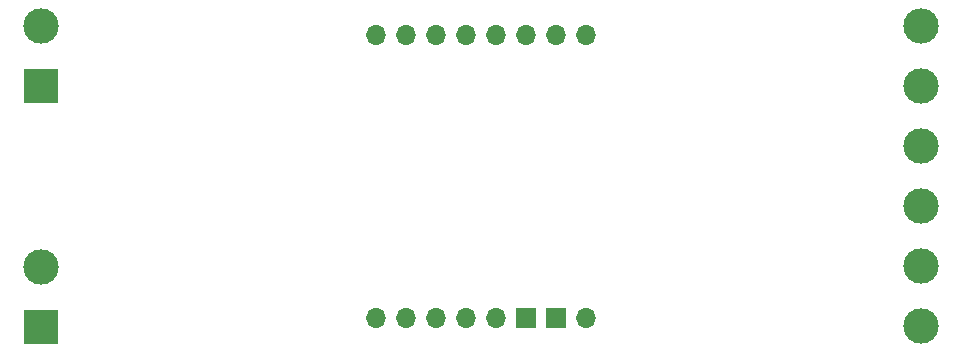
<source format=gbr>
%TF.GenerationSoftware,KiCad,Pcbnew,(6.0.9)*%
%TF.CreationDate,2024-03-01T18:18:27+01:00*%
%TF.ProjectId,HBW-1W-T10-Platine1,4842572d-3157-42d5-9431-302d506c6174,rev?*%
%TF.SameCoordinates,Original*%
%TF.FileFunction,Soldermask,Bot*%
%TF.FilePolarity,Negative*%
%FSLAX46Y46*%
G04 Gerber Fmt 4.6, Leading zero omitted, Abs format (unit mm)*
G04 Created by KiCad (PCBNEW (6.0.9)) date 2024-03-01 18:18:27*
%MOMM*%
%LPD*%
G01*
G04 APERTURE LIST*
%ADD10R,3.000000X3.000000*%
%ADD11C,3.000000*%
%ADD12O,1.700000X1.700000*%
%ADD13R,1.700000X1.700000*%
%ADD14O,3.000000X3.000000*%
G04 APERTURE END LIST*
D10*
%TO.C,J4*%
X111250000Y-97330000D03*
D11*
X111250000Y-92250000D03*
%TD*%
D10*
%TO.C,J5*%
X111250000Y-117750000D03*
D11*
X111250000Y-112670000D03*
%TD*%
D12*
%TO.C,J1*%
X139625000Y-93000000D03*
X142165000Y-93000000D03*
X144705000Y-93000000D03*
X147245000Y-93000000D03*
X149785000Y-93000000D03*
X152325000Y-93000000D03*
X154865000Y-93000000D03*
X157405000Y-93000000D03*
%TD*%
%TO.C,J2*%
X139625000Y-117000000D03*
X142165000Y-117000000D03*
X144705000Y-117000000D03*
X147245000Y-117000000D03*
X149785000Y-117000000D03*
D13*
X152325000Y-117000000D03*
X154865000Y-117000000D03*
D12*
X157405000Y-117000000D03*
%TD*%
D14*
%TO.C,J3*%
X185800000Y-92300000D03*
D11*
X185800000Y-97380000D03*
X185800000Y-102460000D03*
X185800000Y-107540000D03*
X185800000Y-112620000D03*
X185800000Y-117700000D03*
%TD*%
M02*

</source>
